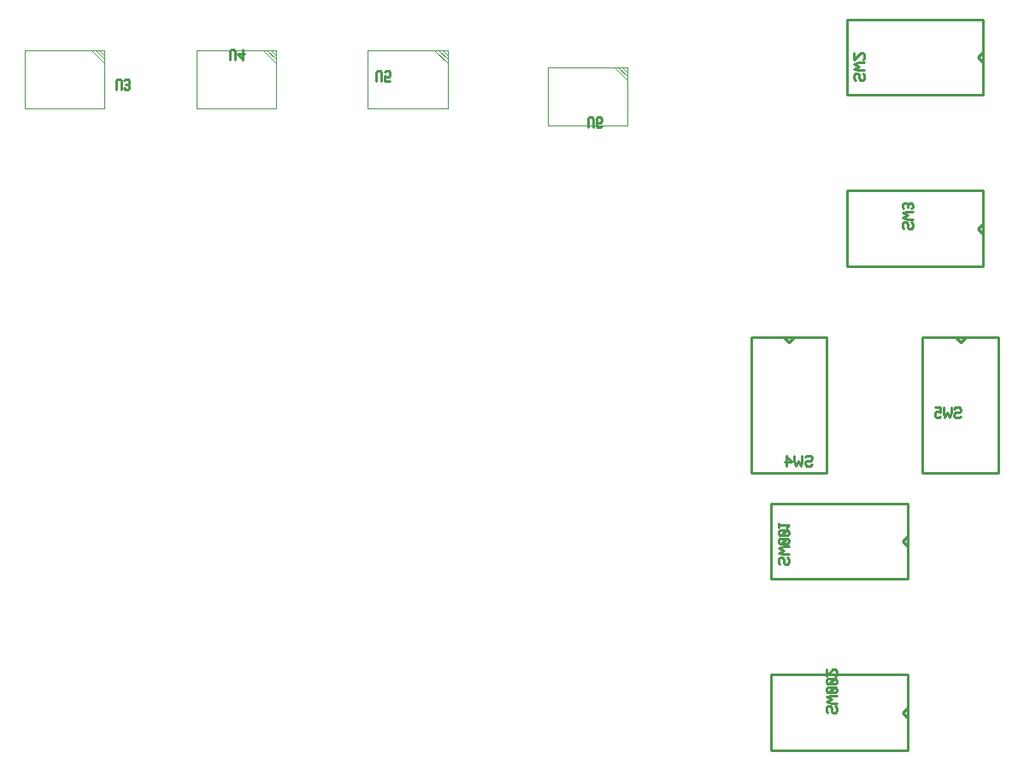
<source format=gbr>
G04 start of page 15 for group -4078 idx -4078 *
G04 Title: (unknown), bottomsilk *
G04 Creator: pcb 20140316 *
G04 CreationDate: Tue 28 Aug 2018 04:48:26 PM GMT UTC *
G04 For: cwispell *
G04 Format: Gerber/RS-274X *
G04 PCB-Dimensions (mil): 4685.04 2913.39 *
G04 PCB-Coordinate-Origin: lower left *
%MOIN*%
%FSLAX25Y25*%
%LNBOTTOMSILK*%
%ADD172C,0.0100*%
%ADD171C,0.0021*%
G54D171*X217717Y253544D02*Y276378D01*
X248819D01*
Y253543D01*
X217717D02*X217716Y253544D01*
X248819Y253543D02*X217717D01*
X243701Y276378D02*X248819Y271260D01*
X245276Y276378D02*X248819Y272835D01*
X246850Y276378D02*X248819Y274409D01*
X248425Y276378D02*X248819Y275984D01*
G54D172*X457677Y288386D02*Y258858D01*
X404527Y288386D02*X457677D01*
X404527D02*Y258858D01*
X457677D01*
X455708Y273622D02*X457677Y271653D01*
X455708Y273622D02*X457677Y275591D01*
Y221457D02*Y191929D01*
X404527Y221457D02*X457677D01*
X404527D02*Y191929D01*
X457677D01*
X455708Y206693D02*X457677Y204724D01*
X455708Y206693D02*X457677Y208662D01*
G54D171*X287795Y246851D02*Y269685D01*
X318897D01*
Y246850D01*
X287795D02*X287794Y246851D01*
X318897Y246850D02*X287795D01*
X313779Y269685D02*X318897Y264567D01*
X315354Y269685D02*X318897Y266142D01*
X316929Y269685D02*X318897Y267717D01*
X318504Y269685D02*X318897Y269291D01*
X150787Y253544D02*Y276378D01*
X181890D01*
Y253543D01*
X150787D02*X150787Y253544D01*
X181890Y253543D02*X150787D01*
X176772Y276378D02*X181890Y271260D01*
X178346Y276378D02*X181890Y272835D01*
X179921Y276378D02*X181890Y274409D01*
X181496Y276378D02*X181890Y275984D01*
X83858Y253544D02*Y276378D01*
X114961D01*
Y253543D01*
X83858D02*X83858Y253544D01*
X114961Y253543D02*X83858D01*
X109843Y276378D02*X114961Y271260D01*
X111417Y276378D02*X114961Y272835D01*
X112992Y276378D02*X114961Y274409D01*
X114567Y276378D02*X114961Y275984D01*
G54D172*X428150Y99410D02*Y69882D01*
X375000Y99410D02*X428150D01*
X375000D02*Y69882D01*
X428150D01*
X426181Y84646D02*X428150Y82677D01*
X426181Y84646D02*X428150Y86615D01*
Y32481D02*Y2953D01*
X375000Y32481D02*X428150D01*
X375000D02*Y2953D01*
X428150D01*
X426181Y17717D02*X428150Y15748D01*
X426181Y17717D02*X428150Y19686D01*
X367126Y164370D02*X396654D01*
X367126D02*Y111220D01*
X396654D01*
Y164370D02*Y111220D01*
X381890Y162401D02*X383859Y164370D01*
X381890Y162401D02*X379921Y164370D01*
X434055D02*X463583D01*
X434055D02*Y111220D01*
X463583D01*
Y164370D02*Y111220D01*
X448819Y162401D02*X450788Y164370D01*
X448819Y162401D02*X446850Y164370D01*
X221063Y264386D02*Y267886D01*
X221563Y268386D01*
X222563D01*
X223063Y267886D01*
Y264386D02*Y267886D01*
X224263Y264386D02*X226263D01*
X224263D02*Y266386D01*
X224763Y265886D01*
X225763D01*
X226263Y266386D01*
Y267886D01*
X225763Y268386D02*X226263Y267886D01*
X224763Y268386D02*X225763D01*
X224263Y267886D02*X224763Y268386D01*
X303543Y246276D02*Y249776D01*
X304043Y250276D01*
X305043D01*
X305543Y249776D01*
Y246276D02*Y249776D01*
X308243Y246276D02*X308743Y246776D01*
X307243Y246276D02*X308243D01*
X306743Y246776D02*X307243Y246276D01*
X306743Y246776D02*Y249776D01*
X307243Y250276D01*
X308243Y248076D02*X308743Y248576D01*
X306743Y248076D02*X308243D01*
X307243Y250276D02*X308243D01*
X308743Y249776D01*
Y248576D02*Y249776D01*
X411402Y266764D02*X410902Y267264D01*
X411402Y265264D02*Y266764D01*
X410902Y264764D02*X411402Y265264D01*
X409902Y264764D02*X410902D01*
X409902D02*X409402Y265264D01*
Y266764D01*
X408902Y267264D01*
X407902D02*X408902D01*
X407402Y266764D02*X407902Y267264D01*
X407402Y265264D02*Y266764D01*
X407902Y264764D02*X407402Y265264D01*
X409402Y268464D02*X411402D01*
X409402D02*X407402Y268964D01*
X409402Y269964D01*
X407402Y270964D01*
X409402Y271464D01*
X411402D01*
X410902Y272664D02*X411402Y273164D01*
Y274664D01*
X410902Y275164D01*
X409902D02*X410902D01*
X407402Y272664D02*X409902Y275164D01*
X407402Y272664D02*Y275164D01*
X430102Y208693D02*X429602Y209193D01*
X430102Y207193D02*Y208693D01*
X429602Y206693D02*X430102Y207193D01*
X428602Y206693D02*X429602D01*
X428602D02*X428102Y207193D01*
Y208693D01*
X427602Y209193D01*
X426602D02*X427602D01*
X426102Y208693D02*X426602Y209193D01*
X426102Y207193D02*Y208693D01*
X426602Y206693D02*X426102Y207193D01*
X428102Y210393D02*X430102D01*
X428102D02*X426102Y210893D01*
X428102Y211893D01*
X426102Y212893D01*
X428102Y213393D01*
X430102D01*
X429602Y214593D02*X430102Y215093D01*
Y216093D01*
X429602Y216593D01*
X426102Y216093D02*X426602Y216593D01*
X426102Y215093D02*Y216093D01*
X426602Y214593D02*X426102Y215093D01*
X428302D02*Y216093D01*
X428802Y216593D02*X429602D01*
X426602D02*X427802D01*
X428302Y216093D01*
X428802Y216593D02*X428302Y216093D01*
X163780Y272457D02*Y275957D01*
X164280Y276457D01*
X165280D01*
X165780Y275957D01*
Y272457D02*Y275957D01*
X166980Y274957D02*X168980Y272457D01*
X166980Y274957D02*X169480D01*
X168980Y272457D02*Y276457D01*
X119488Y261039D02*Y264539D01*
X119988Y265039D01*
X120988D01*
X121488Y264539D01*
Y261039D02*Y264539D01*
X122688Y261539D02*X123188Y261039D01*
X124188D01*
X124688Y261539D01*
X124188Y265039D02*X124688Y264539D01*
X123188Y265039D02*X124188D01*
X122688Y264539D02*X123188Y265039D01*
Y262839D02*X124188D01*
X124688Y261539D02*Y262339D01*
Y263339D02*Y264539D01*
Y263339D02*X124188Y262839D01*
X124688Y262339D02*X124188Y262839D01*
X381874Y77788D02*X381374Y78288D01*
X381874Y76288D02*Y77788D01*
X381374Y75788D02*X381874Y76288D01*
X380374Y75788D02*X381374D01*
X380374D02*X379874Y76288D01*
Y77788D01*
X379374Y78288D01*
X378374D02*X379374D01*
X377874Y77788D02*X378374Y78288D01*
X377874Y76288D02*Y77788D01*
X378374Y75788D02*X377874Y76288D01*
X379874Y79488D02*X381874D01*
X379874D02*X377874Y79988D01*
X379874Y80988D01*
X377874Y81988D01*
X379874Y82488D01*
X381874D01*
X378374Y83688D02*X377874Y84188D01*
X378374Y83688D02*X381374D01*
X381874Y84188D01*
Y85188D01*
X381374Y85688D01*
X378374D02*X381374D01*
X377874Y85188D02*X378374Y85688D01*
X377874Y84188D02*Y85188D01*
X378874Y83688D02*X380874Y85688D01*
X378374Y86888D02*X377874Y87388D01*
X378374Y86888D02*X381374D01*
X381874Y87388D01*
Y88388D01*
X381374Y88888D01*
X378374D02*X381374D01*
X377874Y88388D02*X378374Y88888D01*
X377874Y87388D02*Y88388D01*
X378874Y86888D02*X380874Y88888D01*
X381074Y90088D02*X381874Y90888D01*
X377874D02*X381874D01*
X377874Y90088D02*Y91588D01*
X400575Y19717D02*X400075Y20217D01*
X400575Y18217D02*Y19717D01*
X400075Y17717D02*X400575Y18217D01*
X399075Y17717D02*X400075D01*
X399075D02*X398575Y18217D01*
Y19717D01*
X398075Y20217D01*
X397075D02*X398075D01*
X396575Y19717D02*X397075Y20217D01*
X396575Y18217D02*Y19717D01*
X397075Y17717D02*X396575Y18217D01*
X398575Y21417D02*X400575D01*
X398575D02*X396575Y21917D01*
X398575Y22917D01*
X396575Y23917D01*
X398575Y24417D01*
X400575D01*
X397075Y25617D02*X396575Y26117D01*
X397075Y25617D02*X400075D01*
X400575Y26117D01*
Y27117D01*
X400075Y27617D01*
X397075D02*X400075D01*
X396575Y27117D02*X397075Y27617D01*
X396575Y26117D02*Y27117D01*
X397575Y25617D02*X399575Y27617D01*
X397075Y28817D02*X396575Y29317D01*
X397075Y28817D02*X400075D01*
X400575Y29317D01*
Y30317D01*
X400075Y30817D01*
X397075D02*X400075D01*
X396575Y30317D02*X397075Y30817D01*
X396575Y29317D02*Y30317D01*
X397575Y28817D02*X399575Y30817D01*
X400075Y32017D02*X400575Y32517D01*
Y34017D01*
X400075Y34517D01*
X399075D02*X400075D01*
X396575Y32017D02*X399075Y34517D01*
X396575Y32017D02*Y34517D01*
X388748Y118095D02*X388248Y117595D01*
X388748Y118095D02*X390248D01*
X390748Y117595D02*X390248Y118095D01*
X390748Y116595D02*Y117595D01*
Y116595D02*X390248Y116095D01*
X388748D02*X390248D01*
X388748D02*X388248Y115595D01*
Y114595D02*Y115595D01*
X388748Y114095D02*X388248Y114595D01*
X388748Y114095D02*X390248D01*
X390748Y114595D02*X390248Y114095D01*
X387048Y116095D02*Y118095D01*
Y116095D02*X386548Y114095D01*
X385548Y116095D01*
X384548Y114095D01*
X384048Y116095D01*
Y118095D01*
X382848Y115595D02*X380848Y118095D01*
X380348Y115595D02*X382848D01*
X380848Y114095D02*Y118095D01*
X446819Y136795D02*X446319Y136295D01*
X446819Y136795D02*X448319D01*
X448819Y136295D02*X448319Y136795D01*
X448819Y135295D02*Y136295D01*
Y135295D02*X448319Y134795D01*
X446819D02*X448319D01*
X446819D02*X446319Y134295D01*
Y133295D02*Y134295D01*
X446819Y132795D02*X446319Y133295D01*
X446819Y132795D02*X448319D01*
X448819Y133295D02*X448319Y132795D01*
X445119Y134795D02*Y136795D01*
Y134795D02*X444619Y132795D01*
X443619Y134795D01*
X442619Y132795D01*
X442119Y134795D01*
Y136795D01*
X438919D02*X440919D01*
Y134795D02*Y136795D01*
Y134795D02*X440419Y135295D01*
X439419D02*X440419D01*
X439419D02*X438919Y134795D01*
Y133295D02*Y134795D01*
X439419Y132795D02*X438919Y133295D01*
X439419Y132795D02*X440419D01*
X440919Y133295D02*X440419Y132795D01*
M02*

</source>
